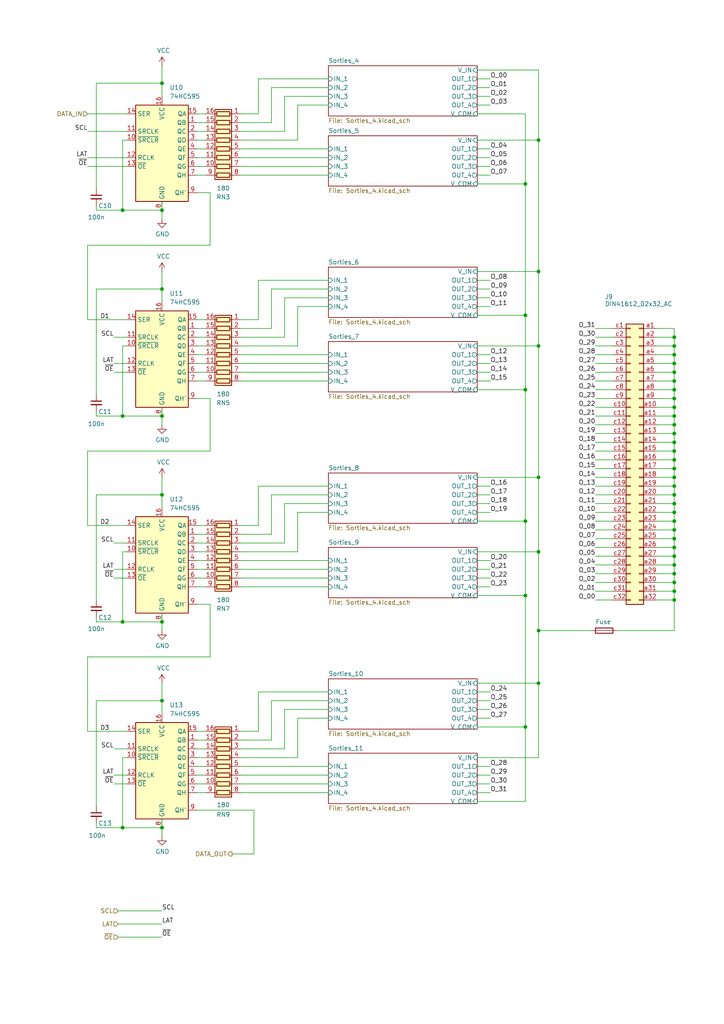
<source format=kicad_sch>
(kicad_sch (version 20231120) (generator "eeschema") (generator_version "8.0")
  (paper "A4" portrait)
  (title_block (title "Module SPI - 32 Sorties") (date "2025-02-15"))
  (lib_symbols
    (symbol "74xx:74HC595"
      (property "Reference" "U" (at -7.62 13.97 0))
      (property "Value" "74HC595" (at -7.62 -16.51 0))
      (symbol "74HC595_1_0"
        (pin tri_state line (at 10.16 7.62 180) (length 2.54) (name "QB") (number "1"))
        (pin input line (at -10.16 2.54 0) (length 2.54) (name "~{SRCLR}") (number "10"))
        (pin input line (at -10.16 5.08 0) (length 2.54) (name "SRCLK") (number "11"))
        (pin input line (at -10.16 -2.54 0) (length 2.54) (name "RCLK") (number "12"))
        (pin input line (at -10.16 -5.08 0) (length 2.54) (name "~{OE}") (number "13"))
        (pin input line (at -10.16 10.16 0) (length 2.54) (name "SER") (number "14"))
        (pin tri_state line (at 10.16 10.16 180) (length 2.54) (name "QA") (number "15"))
        (pin power_in line (at 0 15.24 270) (length 2.54) (name "VCC") (number "16"))
        (pin tri_state line (at 10.16 5.08 180) (length 2.54) (name "QC") (number "2"))
        (pin tri_state line (at 10.16 2.54 180) (length 2.54) (name "QD") (number "3"))
        (pin tri_state line (at 10.16 0 180) (length 2.54) (name "QE") (number "4"))
        (pin tri_state line (at 10.16 -2.54 180) (length 2.54) (name "QF") (number "5"))
        (pin tri_state line (at 10.16 -5.08 180) (length 2.54) (name "QG") (number "6"))
        (pin tri_state line (at 10.16 -7.62 180) (length 2.54) (name "QH") (number "7"))
        (pin power_in line (at 0 -17.78 90) (length 2.54) (name "GND") (number "8"))
        (pin output line (at 10.16 -12.7 180) (length 2.54) (name "QH'") (number "9"))
      )
    )
    (symbol "Connector:DIN41612_02x32_AC" (pin_names (offset 1.016) hide)
      (property "Reference" "J" (at 1.27 40.64 0))
      (property "Value" "DIN41612_02x32_AC" (at 1.27 -43.18 0))
      (symbol "DIN41612_02x32_AC_1_1"
        (pin passive line (at -5.08 38.1 0) (length 3.81) (name "Pin_a1") (number "a1"))
        (pin passive line (at -5.08 15.24 0) (length 3.81) (name "Pin_a10") (number "a10"))
        (pin passive line (at -5.08 12.7 0) (length 3.81) (name "Pin_a11") (number "a11"))
        (pin passive line (at -5.08 10.16 0) (length 3.81) (name "Pin_a12") (number "a12"))
        (pin passive line (at -5.08 7.62 0) (length 3.81) (name "Pin_a13") (number "a13"))
        (pin passive line (at -5.08 5.08 0) (length 3.81) (name "Pin_a14") (number "a14"))
        (pin passive line (at -5.08 2.54 0) (length 3.81) (name "Pin_a15") (number "a15"))
        (pin passive line (at -5.08 0 0) (length 3.81) (name "Pin_a16") (number "a16"))
        (pin passive line (at -5.08 -2.54 0) (length 3.81) (name "Pin_a17") (number "a17"))
        (pin passive line (at -5.08 -5.08 0) (length 3.81) (name "Pin_a18") (number "a18"))
        (pin passive line (at -5.08 -7.62 0) (length 3.81) (name "Pin_a19") (number "a19"))
        (pin passive line (at -5.08 35.56 0) (length 3.81) (name "Pin_a2") (number "a2"))
        (pin passive line (at -5.08 -10.16 0) (length 3.81) (name "Pin_a20") (number "a20"))
        (pin passive line (at -5.08 -12.7 0) (length 3.81) (name "Pin_a21") (number "a21"))
        (pin passive line (at -5.08 -15.24 0) (length 3.81) (name "Pin_a22") (number "a22"))
        (pin passive line (at -5.08 -17.78 0) (length 3.81) (name "Pin_a23") (number "a23"))
        (pin passive line (at -5.08 -20.32 0) (length 3.81) (name "Pin_a24") (number "a24"))
        (pin passive line (at -5.08 -22.86 0) (length 3.81) (name "Pin_a25") (number "a25"))
        (pin passive line (at -5.08 -25.4 0) (length 3.81) (name "Pin_a26") (number "a26"))
        (pin passive line (at -5.08 -27.94 0) (length 3.81) (name "Pin_a27") (number "a27"))
        (pin passive line (at -5.08 -30.48 0) (length 3.81) (name "Pin_a28") (number "a28"))
        (pin passive line (at -5.08 -33.02 0) (length 3.81) (name "Pin_a29") (number "a29"))
        (pin passive line (at -5.08 33.02 0) (length 3.81) (name "Pin_a3") (number "a3"))
        (pin passive line (at -5.08 -35.56 0) (length 3.81) (name "Pin_a30") (number "a30"))
        (pin passive line (at -5.08 -38.1 0) (length 3.81) (name "Pin_a31") (number "a31"))
        (pin passive line (at -5.08 -40.64 0) (length 3.81) (name "Pin_a32") (number "a32"))
        (pin passive line (at -5.08 30.48 0) (length 3.81) (name "Pin_a4") (number "a4"))
        (pin passive line (at -5.08 27.94 0) (length 3.81) (name "Pin_a5") (number "a5"))
        (pin passive line (at -5.08 25.4 0) (length 3.81) (name "Pin_a6") (number "a6"))
        (pin passive line (at -5.08 22.86 0) (length 3.81) (name "Pin_a7") (number "a7"))
        (pin passive line (at -5.08 20.32 0) (length 3.81) (name "Pin_a8") (number "a8"))
        (pin passive line (at -5.08 17.78 0) (length 3.81) (name "Pin_a9") (number "a9"))
        (pin passive line (at 7.62 38.1 180) (length 3.81) (name "Pin_c1") (number "c1"))
        (pin passive line (at 7.62 15.24 180) (length 3.81) (name "Pin_c10") (number "c10"))
        (pin passive line (at 7.62 12.7 180) (length 3.81) (name "Pin_c11") (number "c11"))
        (pin passive line (at 7.62 10.16 180) (length 3.81) (name "Pin_c12") (number "c12"))
        (pin passive line (at 7.62 7.62 180) (length 3.81) (name "Pin_c13") (number "c13"))
        (pin passive line (at 7.62 5.08 180) (length 3.81) (name "Pin_c14") (number "c14"))
        (pin passive line (at 7.62 2.54 180) (length 3.81) (name "Pin_c15") (number "c15"))
        (pin passive line (at 7.62 0 180) (length 3.81) (name "Pin_c16") (number "c16"))
        (pin passive line (at 7.62 -2.54 180) (length 3.81) (name "Pin_c17") (number "c17"))
        (pin passive line (at 7.62 -5.08 180) (length 3.81) (name "Pin_c18") (number "c18"))
        (pin passive line (at 7.62 -7.62 180) (length 3.81) (name "Pin_c19") (number "c19"))
        (pin passive line (at 7.62 35.56 180) (length 3.81) (name "Pin_c2") (number "c2"))
        (pin passive line (at 7.62 -10.16 180) (length 3.81) (name "Pin_c20") (number "c20"))
        (pin passive line (at 7.62 -12.7 180) (length 3.81) (name "Pin_c21") (number "c21"))
        (pin passive line (at 7.62 -15.24 180) (length 3.81) (name "Pin_c22") (number "c22"))
        (pin passive line (at 7.62 -17.78 180) (length 3.81) (name "Pin_c23") (number "c23"))
        (pin passive line (at 7.62 -20.32 180) (length 3.81) (name "Pin_c24") (number "c24"))
        (pin passive line (at 7.62 -22.86 180) (length 3.81) (name "Pin_c25") (number "c25"))
        (pin passive line (at 7.62 -25.4 180) (length 3.81) (name "Pin_c26") (number "c26"))
        (pin passive line (at 7.62 -27.94 180) (length 3.81) (name "Pin_c27") (number "c27"))
        (pin passive line (at 7.62 -30.48 180) (length 3.81) (name "Pin_c28") (number "c28"))
        (pin passive line (at 7.62 -33.02 180) (length 3.81) (name "Pin_c29") (number "c29"))
        (pin passive line (at 7.62 33.02 180) (length 3.81) (name "Pin_c3") (number "c3"))
        (pin passive line (at 7.62 -35.56 180) (length 3.81) (name "Pin_c30") (number "c30"))
        (pin passive line (at 7.62 -38.1 180) (length 3.81) (name "Pin_c31") (number "c31"))
        (pin passive line (at 7.62 -40.64 180) (length 3.81) (name "Pin_c32") (number "c32"))
        (pin passive line (at 7.62 30.48 180) (length 3.81) (name "Pin_c4") (number "c4"))
        (pin passive line (at 7.62 27.94 180) (length 3.81) (name "Pin_c5") (number "c5"))
        (pin passive line (at 7.62 25.4 180) (length 3.81) (name "Pin_c6") (number "c6"))
        (pin passive line (at 7.62 22.86 180) (length 3.81) (name "Pin_c7") (number "c7"))
        (pin passive line (at 7.62 20.32 180) (length 3.81) (name "Pin_c8") (number "c8"))
        (pin passive line (at 7.62 17.78 180) (length 3.81) (name "Pin_c9") (number "c9"))
      )
    )
    (symbol "Device:C_Small" (pin_numbers hide) (pin_names (offset 0.254) hide)
      (property "Reference" "C" (at 0.254 1.778 0))
      (property "Value" "C_Small" (at 0.254 -2.032 0))
      (symbol "C_Small_1_1"
        (pin passive line (at 0 2.54 270) (length 2.032) (name "~") (number "1"))
        (pin passive line (at 0 -2.54 90) (length 2.032) (name "~") (number "2"))
      )
    )
    (symbol "Device:Fuse" (pin_numbers hide) (pin_names (offset 0))
      (property "Reference" "F" (at 2.032 0 90))
      (property "Value" "Fuse" (at -1.905 0 90))
      (symbol "Fuse_1_1"
        (pin passive line (at 0 3.81 270) (length 1.27) (name "~") (number "1"))
        (pin passive line (at 0 -3.81 90) (length 1.27) (name "~") (number "2"))
      )
    )
    (symbol "Device:R_Pack08" (pin_names (offset 0) hide)
      (property "Reference" "RN" (at -12.7 0 90))
      (property "Value" "R_Pack08" (at 10.16 0 90))
      (symbol "R_Pack08_1_1"
        (pin passive line (at -10.16 -5.08 90) (length 2.54) (name "R1.1") (number "1"))
        (pin passive line (at 5.08 5.08 270) (length 2.54) (name "R7.2") (number "10"))
        (pin passive line (at 2.54 5.08 270) (length 2.54) (name "R6.2") (number "11"))
        (pin passive line (at 0 5.08 270) (length 2.54) (name "R5.2") (number "12"))
        (pin passive line (at -2.54 5.08 270) (length 2.54) (name "R4.2") (number "13"))
        (pin passive line (at -5.08 5.08 270) (length 2.54) (name "R3.2") (number "14"))
        (pin passive line (at -7.62 5.08 270) (length 2.54) (name "R2.2") (number "15"))
        (pin passive line (at -10.16 5.08 270) (length 2.54) (name "R1.2") (number "16"))
        (pin passive line (at -7.62 -5.08 90) (length 2.54) (name "R2.1") (number "2"))
        (pin passive line (at -5.08 -5.08 90) (length 2.54) (name "R3.1") (number "3"))
        (pin passive line (at -2.54 -5.08 90) (length 2.54) (name "R4.1") (number "4"))
        (pin passive line (at 0 -5.08 90) (length 2.54) (name "R5.1") (number "5"))
        (pin passive line (at 2.54 -5.08 90) (length 2.54) (name "R6.1") (number "6"))
        (pin passive line (at 5.08 -5.08 90) (length 2.54) (name "R7.1") (number "7"))
        (pin passive line (at 7.62 -5.08 90) (length 2.54) (name "R8.1") (number "8"))
        (pin passive line (at 7.62 5.08 270) (length 2.54) (name "R8.2") (number "9"))
      )
    )
    (symbol "power:GND" (power) (pin_numbers hide) (pin_names (offset 0) hide)
      (property "Value" "GND" (at 0 -3.81 0))
      (symbol "GND_1_1"
        (pin power_in line (at 0 0 270) (length 0) (name "~") (number "1"))
      )
    )
    (symbol "power:VCC" (power) (pin_numbers hide) (pin_names (offset 0) hide)
      (property "Value" "VCC" (at 0 3.556 0))
      (symbol "VCC_1_1"
        (pin power_in line (at 0 0 90) (length 0) (name "~") (number "1"))
      )
    )
  )
  (junction (at 195.58 153.67))
  (junction (at 195.58 102.87))
  (junction (at 46.99 83.82))
  (junction (at 195.58 97.79))
  (junction (at 35.56 240.03))
  (junction (at 46.99 203.2))
  (junction (at 46.99 143.51))
  (junction (at 195.58 168.91))
  (junction (at 195.58 161.29))
  (junction (at 195.58 151.13))
  (junction (at 195.58 133.35))
  (junction (at 195.58 125.73))
  (junction (at 35.56 120.65))
  (junction (at 46.99 60.96))
  (junction (at 195.58 143.51))
  (junction (at 152.4 91.44))
  (junction (at 46.99 180.34))
  (junction (at 152.4 172.72))
  (junction (at 195.58 171.45))
  (junction (at 195.58 166.37))
  (junction (at 195.58 158.75))
  (junction (at 195.58 118.11))
  (junction (at 195.58 163.83))
  (junction (at 46.99 240.03))
  (junction (at 195.58 100.33))
  (junction (at 195.58 120.65))
  (junction (at 152.4 210.82))
  (junction (at 152.4 151.13))
  (junction (at 156.21 138.43))
  (junction (at 195.58 135.89))
  (junction (at 195.58 140.97))
  (junction (at 195.58 115.57))
  (junction (at 195.58 148.59))
  (junction (at 195.58 156.21))
  (junction (at 35.56 60.96))
  (junction (at 195.58 128.27))
  (junction (at 195.58 130.81))
  (junction (at 195.58 123.19))
  (junction (at 156.21 40.64))
  (junction (at 46.99 24.13))
  (junction (at 46.99 120.65))
  (junction (at 156.21 198.12))
  (junction (at 195.58 110.49))
  (junction (at 152.4 113.03))
  (junction (at 35.56 180.34))
  (junction (at 195.58 173.99))
  (junction (at 195.58 105.41))
  (junction (at 195.58 146.05))
  (junction (at 156.21 182.88))
  (junction (at 156.21 160.02))
  (junction (at 156.21 100.33))
  (junction (at 195.58 138.43))
  (junction (at 156.21 78.74))
  (junction (at 195.58 107.95))
  (junction (at 152.4 53.34))
  (junction (at 195.58 113.03))
  (wire (pts (xy 35.56 180.34) (xy 46.99 180.34)))
  (wire (pts (xy 33.02 224.79) (xy 36.83 224.79)))
  (wire (pts (xy 69.85 43.18) (xy 95.25 43.18)))
  (wire (pts (xy 27.94 203.2) (xy 46.99 203.2)))
  (wire (pts (xy 69.85 50.8) (xy 95.25 50.8)))
  (wire (pts (xy 195.58 173.99) (xy 190.5 173.99)))
  (wire (pts (xy 69.85 222.25) (xy 95.25 222.25)))
  (wire (pts (xy 138.43 227.33) (xy 142.24 227.33)))
  (wire (pts (xy 156.21 182.88) (xy 171.45 182.88)))
  (wire (pts (xy 138.43 53.34) (xy 152.4 53.34)))
  (wire (pts (xy 36.83 100.33) (xy 35.56 100.33)))
  (wire (pts (xy 190.5 163.83) (xy 195.58 163.83)))
  (wire (pts (xy 195.58 123.19) (xy 195.58 125.73)))
  (wire (pts (xy 27.94 24.13) (xy 27.94 54.61)))
  (wire (pts (xy 152.4 53.34) (xy 152.4 91.44)))
  (wire (pts (xy 69.85 160.02) (xy 86.36 160.02)))
  (wire (pts (xy 156.21 198.12) (xy 156.21 219.71)))
  (wire (pts (xy 69.85 214.63) (xy 78.74 214.63)))
  (wire (pts (xy 172.72 158.75) (xy 177.8 158.75)))
  (wire (pts (xy 46.99 60.96) (xy 46.99 63.5)))
  (wire (pts (xy 172.72 95.25) (xy 177.8 95.25)))
  (wire (pts (xy 69.85 48.26) (xy 95.25 48.26)))
  (wire (pts (xy 74.93 140.97) (xy 95.25 140.97)))
  (wire (pts (xy 138.43 151.13) (xy 152.4 151.13)))
  (wire (pts (xy 190.5 158.75) (xy 195.58 158.75)))
  (wire (pts (xy 27.94 60.96) (xy 27.94 59.69)))
  (wire (pts (xy 57.15 160.02) (xy 59.69 160.02)))
  (wire (pts (xy 69.85 102.87) (xy 95.25 102.87)))
  (wire (pts (xy 195.58 143.51) (xy 195.58 146.05)))
  (wire (pts (xy 74.93 200.66) (xy 95.25 200.66)))
  (wire (pts (xy 78.74 214.63) (xy 78.74 203.2)))
  (wire (pts (xy 57.15 43.18) (xy 59.69 43.18)))
  (wire (pts (xy 156.21 78.74) (xy 156.21 100.33)))
  (wire (pts (xy 138.43 148.59) (xy 142.24 148.59)))
  (wire (pts (xy 69.85 229.87) (xy 95.25 229.87)))
  (wire (pts (xy 60.96 55.88) (xy 60.96 71.12)))
  (wire (pts (xy 57.15 170.18) (xy 59.69 170.18)))
  (wire (pts (xy 138.43 50.8) (xy 142.24 50.8)))
  (wire (pts (xy 33.02 165.1) (xy 36.83 165.1)))
  (wire (pts (xy 35.56 240.03) (xy 46.99 240.03)))
  (wire (pts (xy 172.72 130.81) (xy 177.8 130.81)))
  (wire (pts (xy 195.58 115.57) (xy 195.58 113.03)))
  (wire (pts (xy 82.55 146.05) (xy 95.25 146.05)))
  (wire (pts (xy 138.43 200.66) (xy 142.24 200.66)))
  (wire (pts (xy 172.72 110.49) (xy 177.8 110.49)))
  (wire (pts (xy 156.21 182.88) (xy 156.21 198.12)))
  (wire (pts (xy 46.99 138.43) (xy 46.99 143.51)))
  (wire (pts (xy 172.72 173.99) (xy 177.8 173.99)))
  (wire (pts (xy 190.5 120.65) (xy 195.58 120.65)))
  (wire (pts (xy 78.74 95.25) (xy 78.74 83.82)))
  (wire (pts (xy 86.36 88.9) (xy 95.25 88.9)))
  (wire (pts (xy 195.58 156.21) (xy 195.58 158.75)))
  (wire (pts (xy 82.55 86.36) (xy 95.25 86.36)))
  (wire (pts (xy 138.43 232.41) (xy 152.4 232.41)))
  (wire (pts (xy 35.56 60.96) (xy 46.99 60.96)))
  (wire (pts (xy 27.94 143.51) (xy 27.94 173.99)))
  (wire (pts (xy 74.93 33.02) (xy 74.93 22.86)))
  (wire (pts (xy 73.66 247.65) (xy 67.31 247.65)))
  (wire (pts (xy 195.58 95.25) (xy 195.58 97.79)))
  (wire (pts (xy 82.55 217.17) (xy 82.55 205.74)))
  (wire (pts (xy 195.58 100.33) (xy 195.58 97.79)))
  (wire (pts (xy 74.93 152.4) (xy 74.93 140.97)))
  (wire (pts (xy 46.99 58.42) (xy 46.99 60.96)))
  (wire (pts (xy 190.5 123.19) (xy 195.58 123.19)))
  (wire (pts (xy 195.58 102.87) (xy 195.58 100.33)))
  (wire (pts (xy 69.85 170.18) (xy 95.25 170.18)))
  (wire (pts (xy 190.5 115.57) (xy 195.58 115.57)))
  (wire (pts (xy 46.99 19.05) (xy 46.99 24.13)))
  (wire (pts (xy 78.74 83.82) (xy 95.25 83.82)))
  (wire (pts (xy 69.85 45.72) (xy 95.25 45.72)))
  (wire (pts (xy 25.4 71.12) (xy 25.4 92.71)))
  (wire (pts (xy 138.43 203.2) (xy 142.24 203.2)))
  (wire (pts (xy 190.5 128.27) (xy 195.58 128.27)))
  (wire (pts (xy 138.43 224.79) (xy 142.24 224.79)))
  (wire (pts (xy 27.94 203.2) (xy 27.94 233.68)))
  (wire (pts (xy 138.43 88.9) (xy 142.24 88.9)))
  (wire (pts (xy 69.85 38.1) (xy 82.55 38.1)))
  (wire (pts (xy 69.85 152.4) (xy 74.93 152.4)))
  (wire (pts (xy 27.94 120.65) (xy 35.56 120.65)))
  (wire (pts (xy 27.94 143.51) (xy 46.99 143.51)))
  (wire (pts (xy 190.5 138.43) (xy 195.58 138.43)))
  (wire (pts (xy 138.43 45.72) (xy 142.24 45.72)))
  (wire (pts (xy 195.58 118.11) (xy 195.58 120.65)))
  (wire (pts (xy 35.56 160.02) (xy 35.56 180.34)))
  (wire (pts (xy 69.85 100.33) (xy 86.36 100.33)))
  (wire (pts (xy 190.5 171.45) (xy 195.58 171.45)))
  (wire (pts (xy 35.56 100.33) (xy 35.56 120.65)))
  (wire (pts (xy 195.58 140.97) (xy 195.58 143.51)))
  (wire (pts (xy 57.15 48.26) (xy 59.69 48.26)))
  (wire (pts (xy 138.43 22.86) (xy 142.24 22.86)))
  (wire (pts (xy 138.43 222.25) (xy 142.24 222.25)))
  (wire (pts (xy 33.02 97.79) (xy 36.83 97.79)))
  (wire (pts (xy 195.58 161.29) (xy 195.58 163.83)))
  (wire (pts (xy 138.43 205.74) (xy 142.24 205.74)))
  (wire (pts (xy 195.58 168.91) (xy 195.58 171.45)))
  (wire (pts (xy 195.58 138.43) (xy 195.58 140.97)))
  (wire (pts (xy 25.4 212.09) (xy 36.83 212.09)))
  (wire (pts (xy 138.43 219.71) (xy 156.21 219.71)))
  (wire (pts (xy 57.15 40.64) (xy 59.69 40.64)))
  (wire (pts (xy 34.29 267.97) (xy 46.99 267.97)))
  (wire (pts (xy 82.55 97.79) (xy 82.55 86.36)))
  (wire (pts (xy 195.58 128.27) (xy 195.58 130.81)))
  (wire (pts (xy 138.43 30.48) (xy 142.24 30.48)))
  (wire (pts (xy 25.4 92.71) (xy 36.83 92.71)))
  (wire (pts (xy 190.5 135.89) (xy 195.58 135.89)))
  (wire (pts (xy 69.85 35.56) (xy 78.74 35.56)))
  (wire (pts (xy 172.72 148.59) (xy 177.8 148.59)))
  (wire (pts (xy 138.43 40.64) (xy 156.21 40.64)))
  (wire (pts (xy 138.43 162.56) (xy 142.24 162.56)))
  (wire (pts (xy 172.72 133.35) (xy 177.8 133.35)))
  (wire (pts (xy 172.72 146.05) (xy 177.8 146.05)))
  (wire (pts (xy 190.5 102.87) (xy 195.58 102.87)))
  (wire (pts (xy 195.58 171.45) (xy 195.58 173.99)))
  (wire (pts (xy 138.43 20.32) (xy 156.21 20.32)))
  (wire (pts (xy 57.15 38.1) (xy 59.69 38.1)))
  (wire (pts (xy 152.4 210.82) (xy 152.4 232.41)))
  (wire (pts (xy 57.15 167.64) (xy 59.69 167.64)))
  (wire (pts (xy 25.4 48.26) (xy 36.83 48.26)))
  (wire (pts (xy 46.99 78.74) (xy 46.99 83.82)))
  (wire (pts (xy 69.85 162.56) (xy 95.25 162.56)))
  (wire (pts (xy 78.74 143.51) (xy 95.25 143.51)))
  (wire (pts (xy 34.29 264.16) (xy 46.99 264.16)))
  (wire (pts (xy 27.94 180.34) (xy 35.56 180.34)))
  (wire (pts (xy 190.5 143.51) (xy 195.58 143.51)))
  (wire (pts (xy 138.43 165.1) (xy 142.24 165.1)))
  (wire (pts (xy 190.5 110.49) (xy 195.58 110.49)))
  (wire (pts (xy 33.02 157.48) (xy 36.83 157.48)))
  (wire (pts (xy 190.5 107.95) (xy 195.58 107.95)))
  (wire (pts (xy 138.43 43.18) (xy 142.24 43.18)))
  (wire (pts (xy 190.5 133.35) (xy 195.58 133.35)))
  (wire (pts (xy 57.15 157.48) (xy 59.69 157.48)))
  (wire (pts (xy 138.43 83.82) (xy 142.24 83.82)))
  (wire (pts (xy 190.5 161.29) (xy 195.58 161.29)))
  (wire (pts (xy 190.5 156.21) (xy 195.58 156.21)))
  (wire (pts (xy 69.85 217.17) (xy 82.55 217.17)))
  (wire (pts (xy 195.58 125.73) (xy 195.58 128.27)))
  (wire (pts (xy 172.72 171.45) (xy 177.8 171.45)))
  (wire (pts (xy 82.55 38.1) (xy 82.55 27.94)))
  (wire (pts (xy 172.72 168.91) (xy 177.8 168.91)))
  (wire (pts (xy 172.72 166.37) (xy 177.8 166.37)))
  (wire (pts (xy 138.43 208.28) (xy 142.24 208.28)))
  (wire (pts (xy 195.58 130.81) (xy 195.58 133.35)))
  (wire (pts (xy 86.36 40.64) (xy 86.36 30.48)))
  (wire (pts (xy 172.72 107.95) (xy 177.8 107.95)))
  (wire (pts (xy 172.72 156.21) (xy 177.8 156.21)))
  (wire (pts (xy 172.72 153.67) (xy 177.8 153.67)))
  (wire (pts (xy 57.15 175.26) (xy 60.96 175.26)))
  (wire (pts (xy 138.43 86.36) (xy 142.24 86.36)))
  (wire (pts (xy 195.58 107.95) (xy 195.58 105.41)))
  (wire (pts (xy 57.15 107.95) (xy 59.69 107.95)))
  (wire (pts (xy 46.99 143.51) (xy 46.99 147.32)))
  (wire (pts (xy 69.85 224.79) (xy 95.25 224.79)))
  (wire (pts (xy 69.85 167.64) (xy 95.25 167.64)))
  (wire (pts (xy 190.5 105.41) (xy 195.58 105.41)))
  (wire (pts (xy 46.99 198.12) (xy 46.99 203.2)))
  (wire (pts (xy 69.85 157.48) (xy 82.55 157.48)))
  (wire (pts (xy 195.58 166.37) (xy 195.58 168.91)))
  (wire (pts (xy 195.58 135.89) (xy 195.58 138.43)))
  (wire (pts (xy 138.43 48.26) (xy 142.24 48.26)))
  (wire (pts (xy 73.66 234.95) (xy 73.66 247.65)))
  (wire (pts (xy 172.72 161.29) (xy 177.8 161.29)))
  (wire (pts (xy 195.58 113.03) (xy 195.58 110.49)))
  (wire (pts (xy 190.5 130.81) (xy 195.58 130.81)))
  (wire (pts (xy 156.21 138.43) (xy 156.21 160.02)))
  (wire (pts (xy 27.94 60.96) (xy 35.56 60.96)))
  (wire (pts (xy 69.85 92.71) (xy 74.93 92.71)))
  (wire (pts (xy 69.85 40.64) (xy 86.36 40.64)))
  (wire (pts (xy 57.15 214.63) (xy 59.69 214.63)))
  (wire (pts (xy 46.99 237.49) (xy 46.99 240.03)))
  (wire (pts (xy 152.4 172.72) (xy 152.4 210.82)))
  (wire (pts (xy 86.36 208.28) (xy 95.25 208.28)))
  (wire (pts (xy 195.58 120.65) (xy 195.58 123.19)))
  (wire (pts (xy 57.15 45.72) (xy 59.69 45.72)))
  (wire (pts (xy 156.21 160.02) (xy 156.21 182.88)))
  (wire (pts (xy 86.36 160.02) (xy 86.36 148.59)))
  (wire (pts (xy 46.99 240.03) (xy 46.99 242.57)))
  (wire (pts (xy 36.83 160.02) (xy 35.56 160.02)))
  (wire (pts (xy 57.15 219.71) (xy 59.69 219.71)))
  (wire (pts (xy 36.83 40.64) (xy 35.56 40.64)))
  (wire (pts (xy 172.72 128.27) (xy 177.8 128.27)))
  (wire (pts (xy 138.43 143.51) (xy 142.24 143.51)))
  (wire (pts (xy 57.15 222.25) (xy 59.69 222.25)))
  (wire (pts (xy 35.56 40.64) (xy 35.56 60.96)))
  (wire (pts (xy 86.36 219.71) (xy 86.36 208.28)))
  (wire (pts (xy 57.15 224.79) (xy 59.69 224.79)))
  (wire (pts (xy 195.58 151.13) (xy 195.58 153.67)))
  (wire (pts (xy 57.15 105.41) (xy 59.69 105.41)))
  (wire (pts (xy 78.74 25.4) (xy 95.25 25.4)))
  (wire (pts (xy 156.21 40.64) (xy 156.21 78.74)))
  (wire (pts (xy 138.43 110.49) (xy 142.24 110.49)))
  (wire (pts (xy 35.56 120.65) (xy 46.99 120.65)))
  (wire (pts (xy 36.83 107.95) (xy 33.02 107.95)))
  (wire (pts (xy 190.5 100.33) (xy 195.58 100.33)))
  (wire (pts (xy 25.4 38.1) (xy 36.83 38.1)))
  (wire (pts (xy 195.58 115.57) (xy 195.58 118.11)))
  (wire (pts (xy 195.58 110.49) (xy 195.58 107.95)))
  (wire (pts (xy 78.74 203.2) (xy 95.25 203.2)))
  (wire (pts (xy 138.43 91.44) (xy 152.4 91.44)))
  (wire (pts (xy 172.72 140.97) (xy 177.8 140.97)))
  (wire (pts (xy 138.43 198.12) (xy 156.21 198.12)))
  (wire (pts (xy 190.5 125.73) (xy 195.58 125.73)))
  (wire (pts (xy 86.36 30.48) (xy 95.25 30.48)))
  (wire (pts (xy 25.4 152.4) (xy 36.83 152.4)))
  (wire (pts (xy 138.43 172.72) (xy 152.4 172.72)))
  (wire (pts (xy 36.83 167.64) (xy 33.02 167.64)))
  (wire (pts (xy 57.15 97.79) (xy 59.69 97.79)))
  (wire (pts (xy 195.58 133.35) (xy 195.58 135.89)))
  (wire (pts (xy 172.72 138.43) (xy 177.8 138.43)))
  (wire (pts (xy 138.43 146.05) (xy 142.24 146.05)))
  (wire (pts (xy 190.5 166.37) (xy 195.58 166.37)))
  (wire (pts (xy 82.55 157.48) (xy 82.55 146.05)))
  (wire (pts (xy 57.15 95.25) (xy 59.69 95.25)))
  (wire (pts (xy 57.15 234.95) (xy 73.66 234.95)))
  (wire (pts (xy 172.72 123.19) (xy 177.8 123.19)))
  (wire (pts (xy 33.02 105.41) (xy 36.83 105.41)))
  (wire (pts (xy 57.15 92.71) (xy 59.69 92.71)))
  (wire (pts (xy 27.94 240.03) (xy 27.94 238.76)))
  (wire (pts (xy 86.36 100.33) (xy 86.36 88.9)))
  (wire (pts (xy 172.72 118.11) (xy 177.8 118.11)))
  (wire (pts (xy 69.85 105.41) (xy 95.25 105.41)))
  (wire (pts (xy 36.83 227.33) (xy 33.02 227.33)))
  (wire (pts (xy 138.43 113.03) (xy 152.4 113.03)))
  (wire (pts (xy 138.43 140.97) (xy 142.24 140.97)))
  (wire (pts (xy 138.43 25.4) (xy 142.24 25.4)))
  (wire (pts (xy 34.29 271.78) (xy 46.99 271.78)))
  (wire (pts (xy 172.72 151.13) (xy 177.8 151.13)))
  (wire (pts (xy 82.55 205.74) (xy 95.25 205.74)))
  (wire (pts (xy 57.15 100.33) (xy 59.69 100.33)))
  (wire (pts (xy 60.96 130.81) (xy 25.4 130.81)))
  (wire (pts (xy 156.21 20.32) (xy 156.21 40.64)))
  (wire (pts (xy 138.43 105.41) (xy 142.24 105.41)))
  (wire (pts (xy 69.85 219.71) (xy 86.36 219.71)))
  (wire (pts (xy 138.43 102.87) (xy 142.24 102.87)))
  (wire (pts (xy 57.15 110.49) (xy 59.69 110.49)))
  (wire (pts (xy 57.15 152.4) (xy 59.69 152.4)))
  (wire (pts (xy 156.21 100.33) (xy 156.21 138.43)))
  (wire (pts (xy 152.4 113.03) (xy 152.4 151.13)))
  (wire (pts (xy 138.43 138.43) (xy 156.21 138.43)))
  (wire (pts (xy 27.94 83.82) (xy 27.94 114.3)))
  (wire (pts (xy 25.4 33.02) (xy 36.83 33.02)))
  (wire (pts (xy 57.15 227.33) (xy 59.69 227.33)))
  (wire (pts (xy 172.72 115.57) (xy 177.8 115.57)))
  (wire (pts (xy 69.85 107.95) (xy 95.25 107.95)))
  (wire (pts (xy 36.83 219.71) (xy 35.56 219.71)))
  (wire (pts (xy 195.58 153.67) (xy 195.58 156.21)))
  (wire (pts (xy 27.94 240.03) (xy 35.56 240.03)))
  (wire (pts (xy 57.15 55.88) (xy 60.96 55.88)))
  (wire (pts (xy 138.43 160.02) (xy 156.21 160.02)))
  (wire (pts (xy 190.5 148.59) (xy 195.58 148.59)))
  (wire (pts (xy 190.5 118.11) (xy 195.58 118.11)))
  (wire (pts (xy 46.99 180.34) (xy 46.99 182.88)))
  (wire (pts (xy 172.72 135.89) (xy 177.8 135.89)))
  (wire (pts (xy 190.5 95.25) (xy 195.58 95.25)))
  (wire (pts (xy 74.93 81.28) (xy 95.25 81.28)))
  (wire (pts (xy 172.72 120.65) (xy 177.8 120.65)))
  (wire (pts (xy 195.58 105.41) (xy 195.58 102.87)))
  (wire (pts (xy 138.43 78.74) (xy 156.21 78.74)))
  (wire (pts (xy 152.4 33.02) (xy 152.4 53.34)))
  (wire (pts (xy 25.4 190.5) (xy 25.4 212.09)))
  (wire (pts (xy 46.99 120.65) (xy 46.99 123.19)))
  (wire (pts (xy 190.5 153.67) (xy 195.58 153.67)))
  (wire (pts (xy 57.15 35.56) (xy 59.69 35.56)))
  (wire (pts (xy 195.58 173.99) (xy 195.58 182.88)))
  (wire (pts (xy 82.55 27.94) (xy 95.25 27.94)))
  (wire (pts (xy 138.43 81.28) (xy 142.24 81.28)))
  (wire (pts (xy 172.72 163.83) (xy 177.8 163.83)))
  (wire (pts (xy 69.85 154.94) (xy 78.74 154.94)))
  (wire (pts (xy 152.4 151.13) (xy 152.4 172.72)))
  (wire (pts (xy 57.15 102.87) (xy 59.69 102.87)))
  (wire (pts (xy 33.02 217.17) (xy 36.83 217.17)))
  (wire (pts (xy 179.07 182.88) (xy 195.58 182.88)))
  (wire (pts (xy 25.4 45.72) (xy 36.83 45.72)))
  (wire (pts (xy 78.74 154.94) (xy 78.74 143.51)))
  (wire (pts (xy 60.96 190.5) (xy 25.4 190.5)))
  (wire (pts (xy 138.43 170.18) (xy 142.24 170.18)))
  (wire (pts (xy 190.5 146.05) (xy 195.58 146.05)))
  (wire (pts (xy 69.85 95.25) (xy 78.74 95.25)))
  (wire (pts (xy 74.93 22.86) (xy 95.25 22.86)))
  (wire (pts (xy 138.43 229.87) (xy 142.24 229.87)))
  (wire (pts (xy 57.15 33.02) (xy 59.69 33.02)))
  (wire (pts (xy 35.56 219.71) (xy 35.56 240.03)))
  (wire (pts (xy 190.5 140.97) (xy 195.58 140.97)))
  (wire (pts (xy 69.85 165.1) (xy 95.25 165.1)))
  (wire (pts (xy 78.74 35.56) (xy 78.74 25.4)))
  (wire (pts (xy 69.85 212.09) (xy 74.93 212.09)))
  (wire (pts (xy 46.99 24.13) (xy 46.99 27.94)))
  (wire (pts (xy 27.94 24.13) (xy 46.99 24.13)))
  (wire (pts (xy 172.72 102.87) (xy 177.8 102.87)))
  (wire (pts (xy 69.85 110.49) (xy 95.25 110.49)))
  (wire (pts (xy 195.58 163.83) (xy 195.58 166.37)))
  (wire (pts (xy 60.96 175.26) (xy 60.96 190.5)))
  (wire (pts (xy 60.96 115.57) (xy 60.96 130.81)))
  (wire (pts (xy 138.43 107.95) (xy 142.24 107.95)))
  (wire (pts (xy 172.72 97.79) (xy 177.8 97.79)))
  (wire (pts (xy 138.43 100.33) (xy 156.21 100.33)))
  (wire (pts (xy 172.72 113.03) (xy 177.8 113.03)))
  (wire (pts (xy 69.85 97.79) (xy 82.55 97.79)))
  (wire (pts (xy 57.15 165.1) (xy 59.69 165.1)))
  (wire (pts (xy 195.58 158.75) (xy 195.58 161.29)))
  (wire (pts (xy 138.43 33.02) (xy 152.4 33.02)))
  (wire (pts (xy 69.85 33.02) (xy 74.93 33.02)))
  (wire (pts (xy 57.15 50.8) (xy 59.69 50.8)))
  (wire (pts (xy 190.5 168.91) (xy 195.58 168.91)))
  (wire (pts (xy 195.58 148.59) (xy 195.58 151.13)))
  (wire (pts (xy 172.72 125.73) (xy 177.8 125.73)))
  (wire (pts (xy 172.72 105.41) (xy 177.8 105.41)))
  (wire (pts (xy 57.15 162.56) (xy 59.69 162.56)))
  (wire (pts (xy 74.93 92.71) (xy 74.93 81.28)))
  (wire (pts (xy 57.15 154.94) (xy 59.69 154.94)))
  (wire (pts (xy 138.43 27.94) (xy 142.24 27.94)))
  (wire (pts (xy 190.5 151.13) (xy 195.58 151.13)))
  (wire (pts (xy 27.94 180.34) (xy 27.94 179.07)))
  (wire (pts (xy 86.36 148.59) (xy 95.25 148.59)))
  (wire (pts (xy 57.15 115.57) (xy 60.96 115.57)))
  (wire (pts (xy 138.43 167.64) (xy 142.24 167.64)))
  (wire (pts (xy 60.96 71.12) (xy 25.4 71.12)))
  (wire (pts (xy 25.4 130.81) (xy 25.4 152.4)))
  (wire (pts (xy 27.94 120.65) (xy 27.94 119.38)))
  (wire (pts (xy 74.93 212.09) (xy 74.93 200.66)))
  (wire (pts (xy 138.43 210.82) (xy 152.4 210.82)))
  (wire (pts (xy 46.99 83.82) (xy 46.99 87.63)))
  (wire (pts (xy 190.5 113.03) (xy 195.58 113.03)))
  (wire (pts (xy 27.94 83.82) (xy 46.99 83.82)))
  (wire (pts (xy 46.99 203.2) (xy 46.99 207.01)))
  (wire (pts (xy 46.99 177.8) (xy 46.99 180.34)))
  (wire (pts (xy 152.4 91.44) (xy 152.4 113.03)))
  (wire (pts (xy 195.58 146.05) (xy 195.58 148.59)))
  (wire (pts (xy 57.15 229.87) (xy 59.69 229.87)))
  (wire (pts (xy 190.5 97.79) (xy 195.58 97.79)))
  (wire (pts (xy 69.85 227.33) (xy 95.25 227.33)))
  (wire (pts (xy 46.99 118.11) (xy 46.99 120.65)))
  (wire (pts (xy 172.72 100.33) (xy 177.8 100.33)))
  (wire (pts (xy 57.15 212.09) (xy 59.69 212.09)))
  (wire (pts (xy 172.72 143.51) (xy 177.8 143.51)))
  (wire (pts (xy 57.15 217.17) (xy 59.69 217.17)))
  (label "~{OE}" (at 33.02 107.95 180))
  (label "O_10" (at 172.72 148.59 180))
  (label "O_24" (at 172.72 113.03 180))
  (label "O_13" (at 172.72 140.97 180))
  (label "O_29" (at 172.72 100.33 180))
  (label "O_12" (at 172.72 143.51 180))
  (label "O_18" (at 172.72 128.27 180))
  (label "O_17" (at 142.24 143.51 0))
  (label "O_05" (at 142.24 45.72 0))
  (label "O_08" (at 172.72 153.67 180))
  (label "O_15" (at 142.24 110.49 0))
  (label "O_01" (at 172.72 171.45 180))
  (label "~{OE}" (at 33.02 167.64 180))
  (label "O_22" (at 172.72 118.11 180))
  (label "O_24" (at 142.24 200.66 0))
  (label "O_00" (at 172.72 173.99 180))
  (label "SCL" (at 33.02 157.48 180))
  (label "LAT" (at 33.02 105.41 180))
  (label "O_28" (at 142.24 222.25 0))
  (label "O_27" (at 172.72 105.41 180))
  (label "SCL" (at 46.99 264.16 0))
  (label "O_15" (at 172.72 135.89 180))
  (label "O_01" (at 142.24 25.4 0))
  (label "O_12" (at 142.24 102.87 0))
  (label "O_05" (at 172.72 161.29 180))
  (label "O_14" (at 172.72 138.43 180))
  (label "~{OE}" (at 33.02 227.33 180))
  (label "O_19" (at 172.72 125.73 180))
  (label "O_26" (at 172.72 107.95 180))
  (label "D1" (at 31.75 92.71 180))
  (label "O_17" (at 172.72 130.81 180))
  (label "O_09" (at 142.24 83.82 0))
  (label "O_02" (at 142.24 27.94 0))
  (label "O_26" (at 142.24 205.74 0))
  (label "O_10" (at 142.24 86.36 0))
  (label "SCL" (at 33.02 97.79 180))
  (label "O_28" (at 172.72 102.87 180))
  (label "O_18" (at 142.24 146.05 0))
  (label "O_25" (at 172.72 110.49 180))
  (label "O_22" (at 142.24 167.64 0))
  (label "O_19" (at 142.24 148.59 0))
  (label "SCL" (at 33.02 217.17 180))
  (label "O_00" (at 142.24 22.86 0))
  (label "O_04" (at 142.24 43.18 0))
  (label "SCL" (at 25.4 38.1 180))
  (label "O_14" (at 142.24 107.95 0))
  (label "O_04" (at 172.72 163.83 180))
  (label "O_31" (at 172.72 95.25 180))
  (label "LAT" (at 33.02 224.79 180))
  (label "O_09" (at 172.72 151.13 180))
  (label "D2" (at 31.75 152.4 180))
  (label "O_31" (at 142.24 229.87 0))
  (label "O_06" (at 172.72 158.75 180))
  (label "O_16" (at 172.72 133.35 180))
  (label "O_07" (at 172.72 156.21 180))
  (label "LAT" (at 25.4 45.72 180))
  (label "O_29" (at 142.24 224.79 0))
  (label "O_02" (at 172.72 168.91 180))
  (label "O_13" (at 142.24 105.41 0))
  (label "~{OE}" (at 46.99 271.78 0))
  (label "O_11" (at 142.24 88.9 0))
  (label "O_20" (at 142.24 162.56 0))
  (label "O_23" (at 172.72 115.57 180))
  (label "O_16" (at 142.24 140.97 0))
  (label "O_03" (at 142.24 30.48 0))
  (label "O_30" (at 142.24 227.33 0))
  (label "O_11" (at 172.72 146.05 180))
  (label "D3" (at 31.75 212.09 180))
  (label "O_25" (at 142.24 203.2 0))
  (label "LAT" (at 33.02 165.1 180))
  (label "O_21" (at 142.24 165.1 0))
  (label "O_08" (at 142.24 81.28 0))
  (label "~{OE}" (at 25.4 48.26 180))
  (label "O_30" (at 172.72 97.79 180))
  (label "O_20" (at 172.72 123.19 180))
  (label "O_27" (at 142.24 208.28 0))
  (label "O_21" (at 172.72 120.65 180))
  (label "O_23" (at 142.24 170.18 0))
  (label "O_07" (at 142.24 50.8 0))
  (label "O_06" (at 142.24 48.26 0))
  (label "LAT" (at 46.99 267.97 0))
  (label "O_03" (at 172.72 166.37 180))
  (hierarchical_label "LAT" (shape input) (at 34.29 267.97 180))
  (hierarchical_label "DATA_OUT" (shape output) (at 67.31 247.65 180))
  (hierarchical_label "DATA_IN" (shape input) (at 25.4 33.02 180))
  (hierarchical_label "SCL" (shape input) (at 34.29 264.16 180))
  (hierarchical_label "~{OE}" (shape input) (at 34.29 271.78 180))
  (symbol (lib_id "power:VCC") (at 46.99 198.12 0) (unit 1)
    (property "Reference" "#PWR043" (effects (hide yes)))
    (property "Value" "VCC" (at 47.4218 193.7258 0))
    (property "Description" "Power symbol creates a global label with name \"VCC\"" (effects (hide yes)))
    (instances (project "64_Outs" (path "" (reference "#PWR043") (unit 1)) (path "" (reference "#PWR035") (unit 1))))
  )
  (symbol (lib_id "74xx:74HC595") (at 46.99 162.56 0) (unit 1)
    (property "Reference" "U12" (at 49.1841 144.78 0) (effects (justify left)))
    (property "Value" "74HC595" (at 49.1841 147.32 0) (effects (justify left)))
    (property "Footprint" "Package_SO:SOIC-16W_5.3x10.2mm_P1.27mm" (effects (hide yes)))
    (property "Datasheet" "http://www.ti.com/lit/ds/symlink/sn74hc595.pdf" (effects (hide yes)))
    (property "Description" "8-bit serial in/out Shift Register 3-State Outputs" (effects (hide yes)))
    (instances (project "64_Outs" (path "" (reference "U12") (unit 1)) (path "" (reference "U8") (unit 1))))
  )
  (symbol (lib_id "74xx:74HC595") (at 46.99 43.18 0) (unit 1)
    (property "Reference" "U10" (at 49.1841 25.4 0) (effects (justify left)))
    (property "Value" "74HC595" (at 49.1841 27.94 0) (effects (justify left)))
    (property "Footprint" "Package_SO:SOIC-16W_5.3x10.2mm_P1.27mm" (effects (hide yes)))
    (property "Datasheet" "http://www.ti.com/lit/ds/symlink/sn74hc595.pdf" (effects (hide yes)))
    (property "Description" "8-bit serial in/out Shift Register 3-State Outputs" (effects (hide yes)))
    (instances (project "64_Outs" (path "" (reference "U10") (unit 1)) (path "" (reference "U6") (unit 1))))
  )
  (symbol (lib_id "74xx:74HC595") (at 46.99 222.25 0) (unit 1)
    (property "Reference" "U13" (at 49.1841 204.47 0) (effects (justify left)))
    (property "Value" "74HC595" (at 49.1841 207.01 0) (effects (justify left)))
    (property "Footprint" "Package_SO:SOIC-16W_5.3x10.2mm_P1.27mm" (effects (hide yes)))
    (property "Datasheet" "http://www.ti.com/lit/ds/symlink/sn74hc595.pdf" (effects (hide yes)))
    (property "Description" "8-bit serial in/out Shift Register 3-State Outputs" (effects (hide yes)))
    (instances (project "64_Outs" (path "" (reference "U13") (unit 1)) (path "" (reference "U9") (unit 1))))
  )
  (symbol (lib_id "power:VCC") (at 46.99 19.05 0) (unit 1)
    (property "Reference" "#PWR037" (effects (hide yes)))
    (property "Value" "VCC" (at 47.4218 14.6558 0))
    (property "Description" "Power symbol creates a global label with name \"VCC\"" (effects (hide yes)))
    (instances (project "64_Outs" (path "" (reference "#PWR037") (unit 1)) (path "" (reference "#PWR029") (unit 1))))
  )
  (symbol (lib_id "Device:C_Small") (at 27.94 116.84 0) (unit 1)
    (property "Reference" "C11" (at 30.48 119.38 0))
    (property "Value" "100n" (at 27.94 122.936 0))
    (property "Footprint" "Capacitor_SMD:C_1808_4520Metric" (effects (hide yes)))
    (property "Description" "Unpolarized capacitor, small symbol" (effects (hide yes)))
    (instances (project "64_Outs" (path "" (reference "C11") (unit 1)) (path "" (reference "C7") (unit 1))))
  )
  (symbol (lib_id "Device:R_Pack08") (at 64.77 102.87 90) (mirror x) (unit 1)
    (property "Reference" "RN5" (at 64.77 116.84 90))
    (property "Value" "180" (at 64.77 114.3 90))
    (property "Footprint" "Package_SO:SOIC-16W_5.3x10.2mm_P1.27mm" (effects (hide yes)))
    (property "Datasheet" "4116R-1-181LF" (effects (hide yes)))
    (property "Description" "8 resistor network, parallel topology" (effects (hide yes)))
    (instances (project "64_Outs" (path "" (reference "RN5") (unit 1)) (path "" (reference "RN4") (unit 1))))
  )
  (symbol (lib_id "Device:C_Small") (at 27.94 176.53 0) (unit 1)
    (property "Reference" "C12" (at 30.48 179.07 0))
    (property "Value" "100n" (at 27.94 182.372 0))
    (property "Footprint" "Capacitor_SMD:C_1808_4520Metric" (effects (hide yes)))
    (property "Description" "Unpolarized capacitor, small symbol" (effects (hide yes)))
    (instances (project "64_Outs" (path "" (reference "C12") (unit 1)) (path "" (reference "C8") (unit 1))))
  )
  (symbol (lib_id "power:GND") (at 46.99 242.57 0) (unit 1)
    (property "Reference" "#PWR044" (effects (hide yes)))
    (property "Value" "GND" (at 47.117 246.9642 0))
    (property "Description" "Power symbol creates a global label with name \"GND\" , ground" (effects (hide yes)))
    (instances (project "64_Outs" (path "" (reference "#PWR044") (unit 1)) (path "" (reference "#PWR036") (unit 1))))
  )
  (symbol (lib_id "power:GND") (at 46.99 182.88 0) (unit 1)
    (property "Reference" "#PWR042" (effects (hide yes)))
    (property "Value" "GND" (at 47.117 187.2742 0))
    (property "Description" "Power symbol creates a global label with name \"GND\" , ground" (effects (hide yes)))
    (instances (project "64_Outs" (path "" (reference "#PWR042") (unit 1)) (path "" (reference "#PWR034") (unit 1))))
  )
  (symbol (lib_id "Device:R_Pack08") (at 64.77 43.18 90) (mirror x) (unit 1)
    (property "Reference" "RN3" (at 64.77 57.15 90))
    (property "Value" "180" (at 64.77 54.61 90))
    (property "Footprint" "Package_SO:SOIC-16W_5.3x10.2mm_P1.27mm" (effects (hide yes)))
    (property "Datasheet" "4116R-1-181LF" (effects (hide yes)))
    (property "Description" "8 resistor network, parallel topology" (effects (hide yes)))
    (instances (project "" (path "" (reference "RN3") (unit 1)) (path "" (reference "RN2") (unit 1))))
  )
  (symbol (lib_id "Device:R_Pack08") (at 64.77 222.25 90) (mirror x) (unit 1)
    (property "Reference" "RN9" (at 64.77 236.22 90))
    (property "Value" "180" (at 64.77 233.426 90))
    (property "Footprint" "Package_SO:SOIC-16W_5.3x10.2mm_P1.27mm" (effects (hide yes)))
    (property "Datasheet" "4116R-1-181LF" (effects (hide yes)))
    (property "Description" "8 resistor network, parallel topology" (effects (hide yes)))
    (instances (project "64_Outs" (path "" (reference "RN9") (unit 1)) (path "" (reference "RN8") (unit 1))))
  )
  (symbol (lib_id "power:VCC") (at 46.99 78.74 0) (unit 1)
    (property "Reference" "#PWR039" (effects (hide yes)))
    (property "Value" "VCC" (at 47.4218 74.3458 0))
    (property "Description" "Power symbol creates a global label with name \"VCC\"" (effects (hide yes)))
    (instances (project "64_Outs" (path "" (reference "#PWR039") (unit 1)) (path "" (reference "#PWR031") (unit 1))))
  )
  (symbol (lib_id "74xx:74HC595") (at 46.99 102.87 0) (unit 1)
    (property "Reference" "U11" (at 49.1841 85.09 0) (effects (justify left)))
    (property "Value" "74HC595" (at 49.1841 87.63 0) (effects (justify left)))
    (property "Footprint" "Package_SO:SOIC-16W_5.3x10.2mm_P1.27mm" (effects (hide yes)))
    (property "Datasheet" "http://www.ti.com/lit/ds/symlink/sn74hc595.pdf" (effects (hide yes)))
    (property "Description" "8-bit serial in/out Shift Register 3-State Outputs" (effects (hide yes)))
    (instances (project "64_Outs" (path "" (reference "U11") (unit 1)) (path "" (reference "U7") (unit 1))))
  )
  (symbol (lib_id "power:GND") (at 46.99 63.5 0) (unit 1)
    (property "Reference" "#PWR038" (effects (hide yes)))
    (property "Value" "GND" (at 47.117 67.8942 0))
    (property "Description" "Power symbol creates a global label with name \"GND\" , ground" (effects (hide yes)))
    (instances (project "64_Outs" (path "" (reference "#PWR038") (unit 1)) (path "" (reference "#PWR030") (unit 1))))
  )
  (symbol (lib_id "Device:Fuse") (at 175.26 182.88 90) (mirror x) (unit 1)
    (property "Reference" "F3" (effects (hide yes)))
    (property "Value" "Fuse" (at 177.292 180.34 90) (effects (justify left)))
    (property "Footprint" "Fuse:Fuseholder_Clip-5x20mm_Bel_FC-203-22_Lateral_P17.80x5.00mm_D1.17mm_Horizontal" (effects (hide yes)))
    (property "Description" "Fuse" (effects (hide yes)))
    (instances (project "64_Outs" (path "" (reference "F3") (unit 1)) (path "" (reference "F2") (unit 1))))
  )
  (symbol (lib_id "Device:C_Small") (at 27.94 236.22 0) (unit 1)
    (property "Reference" "C13" (at 30.48 238.76 0))
    (property "Value" "100n" (at 28.194 242.316 0))
    (property "Footprint" "Capacitor_SMD:C_1808_4520Metric" (effects (hide yes)))
    (property "Description" "Unpolarized capacitor, small symbol" (effects (hide yes)))
    (instances (project "64_Outs" (path "" (reference "C13") (unit 1)) (path "" (reference "C9") (unit 1))))
  )
  (symbol (lib_id "Connector:DIN41612_02x32_AC") (at 185.42 133.35 0) (mirror y) (unit 1)
    (property "Reference" "J9" (at 177.8 86.106 0) (effects (justify left)))
    (property "Value" "DIN41612_02x32_AC" (at 195.072 88.138 0) (effects (justify left)))
    (property "Footprint" "Connector_DIN:DIN41612_C_2x32_Male_Horizontal_THT" (effects (hide yes)))
    (property "Description" "DIN41612 connector, double row (AC), 02x32, script generated (kicad-library-utils/schlib/autogen/connector/)" (effects (hide yes)))
    (instances (project "64_Outs" (path "" (reference "J9") (unit 1)) (path "" (reference "J8") (unit 1))))
  )
  (symbol (lib_id "power:GND") (at 46.99 123.19 0) (unit 1)
    (property "Reference" "#PWR040" (effects (hide yes)))
    (property "Value" "GND" (at 47.117 127.5842 0))
    (property "Description" "Power symbol creates a global label with name \"GND\" , ground" (effects (hide yes)))
    (instances (project "64_Outs" (path "" (reference "#PWR040") (unit 1)) (path "" (reference "#PWR032") (unit 1))))
  )
  (symbol (lib_id "power:VCC") (at 46.99 138.43 0) (unit 1)
    (property "Reference" "#PWR041" (effects (hide yes)))
    (property "Value" "VCC" (at 47.4218 134.0358 0))
    (property "Description" "Power symbol creates a global label with name \"VCC\"" (effects (hide yes)))
    (instances (project "64_Outs" (path "" (reference "#PWR041") (unit 1)) (path "" (reference "#PWR033") (unit 1))))
  )
  (symbol (lib_id "Device:C_Small") (at 27.94 57.15 0) (unit 1)
    (property "Reference" "C10" (at 30.48 59.69 0))
    (property "Value" "100n" (at 27.94 62.992 0))
    (property "Footprint" "Capacitor_SMD:C_1808_4520Metric" (effects (hide yes)))
    (property "Description" "Unpolarized capacitor, small symbol" (effects (hide yes)))
    (instances (project "64_Outs" (path "" (reference "C10") (unit 1)) (path "" (reference "C6") (unit 1))))
  )
  (symbol (lib_id "Device:R_Pack08") (at 64.77 162.56 90) (mirror x) (unit 1)
    (property "Reference" "RN7" (at 64.77 176.53 90))
    (property "Value" "180" (at 64.77 173.99 90))
    (property "Footprint" "Package_SO:SOIC-16W_5.3x10.2mm_P1.27mm" (effects (hide yes)))
    (property "Datasheet" "4116R-1-181LF" (effects (hide yes)))
    (property "Description" "8 resistor network, parallel topology" (effects (hide yes)))
    (instances (project "64_Outs" (path "" (reference "RN7") (unit 1)) (path "" (reference "RN6") (unit 1))))
  )
  (sheet (at 95.25 196.85) (size 43.18 14.605) (stroke (width 0.1524))
    (property "Sheetname" "Sorties_10" (at 95.25 196.1384 0) (effects (justify left bottom)))
    (property "Sheetfile" "Sorties_4.kicad_sch" (at 95.25 212.0396 0) (effects (justify left top)))
    (pin "V_COM" input (at 138.43 210.82 0))
    (pin "OUT_4" output (at 138.43 208.28 0))
    (pin "OUT_2" output (at 138.43 203.2 0))
    (pin "IN_4" input (at 95.25 208.28 180))
    (pin "IN_3" input (at 95.25 205.74 180))
    (pin "OUT_3" output (at 138.43 205.74 0))
    (pin "OUT_1" output (at 138.43 200.66 0))
    (pin "V_IN" input (at 138.43 198.12 0))
    (pin "IN_2" input (at 95.25 203.2 180))
    (pin "IN_1" input (at 95.25 200.66 180))
  )
  (sheet (at 95.25 137.16) (size 43.18 14.605) (stroke (width 0.1524))
    (property "Sheetname" "Sorties_8" (at 95.25 136.4484 0) (effects (justify left bottom)))
    (property "Sheetfile" "Sorties_4.kicad_sch" (at 95.25 152.3496 0) (effects (justify left top)))
    (pin "V_COM" input (at 138.43 151.13 0))
    (pin "OUT_4" output (at 138.43 148.59 0))
    (pin "OUT_2" output (at 138.43 143.51 0))
    (pin "IN_4" input (at 95.25 148.59 180))
    (pin "IN_3" input (at 95.25 146.05 180))
    (pin "OUT_3" output (at 138.43 146.05 0))
    (pin "OUT_1" output (at 138.43 140.97 0))
    (pin "V_IN" input (at 138.43 138.43 0))
    (pin "IN_2" input (at 95.25 143.51 180))
    (pin "IN_1" input (at 95.25 140.97 180))
  )
  (sheet (at 95.25 158.75) (size 43.18 14.605) (stroke (width 0.1524))
    (property "Sheetname" "Sorties_9" (at 95.25 158.0384 0) (effects (justify left bottom)))
    (property "Sheetfile" "Sorties_4.kicad_sch" (at 95.25 173.9396 0) (effects (justify left top)))
    (pin "V_COM" input (at 138.43 172.72 0))
    (pin "OUT_4" output (at 138.43 170.18 0))
    (pin "OUT_2" output (at 138.43 165.1 0))
    (pin "IN_4" input (at 95.25 170.18 180))
    (pin "IN_3" input (at 95.25 167.64 180))
    (pin "OUT_3" output (at 138.43 167.64 0))
    (pin "OUT_1" output (at 138.43 162.56 0))
    (pin "V_IN" input (at 138.43 160.02 0))
    (pin "IN_2" input (at 95.25 165.1 180))
    (pin "IN_1" input (at 95.25 162.56 180))
  )
  (sheet (at 95.25 77.47) (size 43.18 14.605) (stroke (width 0.1524))
    (property "Sheetname" "Sorties_6" (at 95.25 76.7584 0) (effects (justify left bottom)))
    (property "Sheetfile" "Sorties_4.kicad_sch" (at 95.25 92.6596 0) (effects (justify left top)))
    (pin "V_COM" input (at 138.43 91.44 0))
    (pin "OUT_4" output (at 138.43 88.9 0))
    (pin "OUT_2" output (at 138.43 83.82 0))
    (pin "IN_4" input (at 95.25 88.9 180))
    (pin "IN_3" input (at 95.25 86.36 180))
    (pin "OUT_3" output (at 138.43 86.36 0))
    (pin "OUT_1" output (at 138.43 81.28 0))
    (pin "V_IN" input (at 138.43 78.74 0))
    (pin "IN_2" input (at 95.25 83.82 180))
    (pin "IN_1" input (at 95.25 81.28 180))
  )
  (sheet (at 95.25 39.37) (size 43.18 14.605) (stroke (width 0.1524))
    (property "Sheetname" "Sorties_5" (at 95.25 38.6584 0) (effects (justify left bottom)))
    (property "Sheetfile" "Sorties_4.kicad_sch" (at 95.25 54.5596 0) (effects (justify left top)))
    (pin "V_COM" input (at 138.43 53.34 0))
    (pin "OUT_4" output (at 138.43 50.8 0))
    (pin "OUT_2" output (at 138.43 45.72 0))
    (pin "IN_4" input (at 95.25 50.8 180))
    (pin "IN_3" input (at 95.25 48.26 180))
    (pin "OUT_3" output (at 138.43 48.26 0))
    (pin "OUT_1" output (at 138.43 43.18 0))
    (pin "V_IN" input (at 138.43 40.64 0))
    (pin "IN_2" input (at 95.25 45.72 180))
    (pin "IN_1" input (at 95.25 43.18 180))
  )
  (sheet (at 95.25 218.44) (size 43.18 14.605) (stroke (width 0.1524))
    (property "Sheetname" "Sorties_11" (at 95.25 217.7284 0) (effects (justify left bottom)))
    (property "Sheetfile" "Sorties_4.kicad_sch" (at 95.25 233.6296 0) (effects (justify left top)))
    (pin "V_COM" input (at 138.43 232.41 0))
    (pin "OUT_4" output (at 138.43 229.87 0))
    (pin "OUT_2" output (at 138.43 224.79 0))
    (pin "IN_4" input (at 95.25 229.87 180))
    (pin "IN_3" input (at 95.25 227.33 180))
    (pin "OUT_3" output (at 138.43 227.33 0))
    (pin "OUT_1" output (at 138.43 222.25 0))
    (pin "V_IN" input (at 138.43 219.71 0))
    (pin "IN_2" input (at 95.25 224.79 180))
    (pin "IN_1" input (at 95.25 222.25 180))
  )
  (sheet (at 95.25 99.06) (size 43.18 14.605) (stroke (width 0.1524))
    (property "Sheetname" "Sorties_7" (at 95.25 98.3484 0) (effects (justify left bottom)))
    (property "Sheetfile" "Sorties_4.kicad_sch" (at 95.25 114.2496 0) (effects (justify left top)))
    (pin "V_COM" input (at 138.43 113.03 0))
    (pin "OUT_4" output (at 138.43 110.49 0))
    (pin "OUT_2" output (at 138.43 105.41 0))
    (pin "IN_4" input (at 95.25 110.49 180))
    (pin "IN_3" input (at 95.25 107.95 180))
    (pin "OUT_3" output (at 138.43 107.95 0))
    (pin "OUT_1" output (at 138.43 102.87 0))
    (pin "V_IN" input (at 138.43 100.33 0))
    (pin "IN_2" input (at 95.25 105.41 180))
    (pin "IN_1" input (at 95.25 102.87 180))
  )
  (sheet (at 95.25 19.05) (size 43.18 14.605) (stroke (width 0.1524))
    (property "Sheetname" "Sorties_4" (at 95.25 18.3384 0) (effects (justify left bottom)))
    (property "Sheetfile" "Sorties_4.kicad_sch" (at 95.25 34.2396 0) (effects (justify left top)))
    (pin "V_COM" input (at 138.43 33.02 0))
    (pin "OUT_4" output (at 138.43 30.48 0))
    (pin "OUT_2" output (at 138.43 25.4 0))
    (pin "IN_4" input (at 95.25 30.48 180))
    (pin "IN_3" input (at 95.25 27.94 180))
    (pin "OUT_3" output (at 138.43 27.94 0))
    (pin "OUT_1" output (at 138.43 22.86 0))
    (pin "V_IN" input (at 138.43 20.32 0))
    (pin "IN_2" input (at 95.25 25.4 180))
    (pin "IN_1" input (at 95.25 22.86 180))
  )
)
</source>
